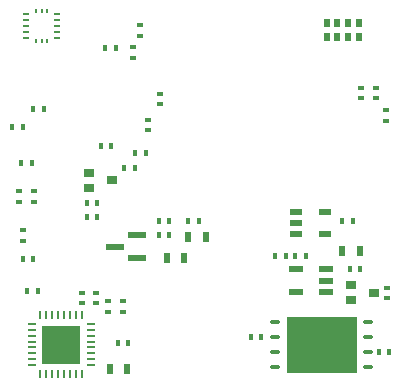
<source format=gbp>
%FSLAX24Y24*%
%MOIN*%
G70*
G01*
G75*
G04 Layer_Color=128*
%ADD10C,0.0177*%
%ADD11C,0.0100*%
%ADD12O,0.0295X0.0079*%
%ADD13R,0.0157X0.0236*%
%ADD14R,0.0217X0.0098*%
%ADD15O,0.0315X0.0079*%
%ADD16R,0.0236X0.0157*%
%ADD17R,0.0354X0.0197*%
%ADD18R,0.0157X0.0335*%
%ADD19O,0.0177X0.0532*%
%ADD20R,0.0118X0.0209*%
%ADD21R,0.0118X0.0193*%
%ADD22O,0.0098X0.0276*%
%ADD23O,0.0276X0.0098*%
%ADD24R,0.0335X0.0157*%
%ADD25R,0.0157X0.0532*%
%ADD26R,0.0748X0.0630*%
%ADD27R,0.0630X0.0551*%
%ADD28O,0.0079X0.0315*%
%ADD29R,0.2598X0.2598*%
%ADD30R,0.0138X0.0394*%
%ADD31R,0.0343X0.0343*%
%ADD32R,0.1417X0.1417*%
%ADD33O,0.0079X0.0295*%
%ADD34R,0.0335X0.0374*%
%ADD35R,0.0551X0.0453*%
%ADD36R,0.0197X0.0354*%
%ADD37R,0.0591X0.1339*%
%ADD38R,0.0394X0.1378*%
%ADD39R,0.0138X0.0157*%
%ADD40R,0.0177X0.0177*%
%ADD41C,0.0200*%
%ADD42C,0.0080*%
%ADD43C,0.1260*%
%ADD44C,0.0630*%
%ADD45C,0.0260*%
%ADD46C,0.0290*%
%ADD47C,0.0240*%
%ADD48C,0.0300*%
%ADD49C,0.0340*%
%ADD50R,0.0098X0.0138*%
%ADD51R,0.0187X0.0098*%
%ADD52R,0.0591X0.0236*%
%ADD53O,0.0098X0.0315*%
%ADD54O,0.0315X0.0098*%
%ADD55R,0.1299X0.1299*%
%ADD56R,0.0197X0.0315*%
%ADD57R,0.0394X0.0217*%
%ADD58R,0.0512X0.0217*%
%ADD59R,0.0354X0.0276*%
%ADD60R,0.2362X0.1890*%
%ADD61O,0.0315X0.0157*%
%ADD62C,0.0098*%
%ADD63C,0.0039*%
%ADD64C,0.0079*%
%ADD65C,0.0047*%
%ADD66C,0.0050*%
%ADD67C,0.0040*%
%ADD68R,0.0148X0.0177*%
%ADD69O,0.0355X0.0139*%
%ADD70R,0.0217X0.0296*%
%ADD71R,0.0277X0.0158*%
%ADD72O,0.0375X0.0139*%
%ADD73R,0.0296X0.0217*%
%ADD74R,0.0414X0.0257*%
%ADD75R,0.0217X0.0395*%
%ADD76O,0.0237X0.0592*%
%ADD77R,0.0178X0.0269*%
%ADD78R,0.0178X0.0253*%
%ADD79O,0.0158X0.0336*%
%ADD80O,0.0336X0.0158*%
%ADD81R,0.0395X0.0217*%
%ADD82R,0.0236X0.0610*%
%ADD83R,0.0827X0.0709*%
%ADD84R,0.0709X0.0630*%
%ADD85O,0.0139X0.0375*%
%ADD86R,0.2658X0.2658*%
%ADD87R,0.0198X0.0454*%
%ADD88R,0.0606X0.0606*%
%ADD89R,0.1477X0.1477*%
%ADD90O,0.0139X0.0355*%
%ADD91R,0.0395X0.0434*%
%ADD92R,0.0611X0.0513*%
%ADD93R,0.0257X0.0414*%
%ADD94R,0.0651X0.1399*%
%ADD95R,0.0454X0.1438*%
%ADD96R,0.0198X0.0217*%
%ADD97R,0.0237X0.0237*%
%ADD98C,0.1320*%
%ADD99C,0.0690*%
%ADD100R,0.0158X0.0198*%
%ADD101R,0.0247X0.0158*%
%ADD102R,0.0651X0.0296*%
%ADD103O,0.0158X0.0375*%
%ADD104O,0.0375X0.0158*%
%ADD105R,0.1359X0.1359*%
%ADD106R,0.0257X0.0375*%
%ADD107R,0.0454X0.0277*%
%ADD108R,0.0572X0.0277*%
%ADD109R,0.0414X0.0336*%
%ADD110R,0.2422X0.1950*%
%ADD111O,0.0375X0.0217*%
D13*
X-3167Y4840D02*
D03*
X-2813D02*
D03*
X-2963Y1590D02*
D03*
X-3317D02*
D03*
X-5967Y1010D02*
D03*
X-5613D02*
D03*
X-53Y-910D02*
D03*
X-407D02*
D03*
X-3787Y-790D02*
D03*
X-3433D02*
D03*
X-1033Y-1390D02*
D03*
X-1387D02*
D03*
X-1033Y-910D02*
D03*
X-1387D02*
D03*
X-5423Y-3270D02*
D03*
X-5777D02*
D03*
X-5563Y-2180D02*
D03*
X-5917D02*
D03*
X-2757Y-4980D02*
D03*
X-2403D02*
D03*
X-5923Y2200D02*
D03*
X-6277D02*
D03*
X3527Y-2080D02*
D03*
X3173D02*
D03*
X5087Y-920D02*
D03*
X4733D02*
D03*
X2847Y-2080D02*
D03*
X2493D02*
D03*
X5337Y-2530D02*
D03*
X4983D02*
D03*
X-2173Y860D02*
D03*
X-2527D02*
D03*
X-3433Y-330D02*
D03*
X-3787D02*
D03*
X-1813Y1340D02*
D03*
X-2167D02*
D03*
X-5223Y2820D02*
D03*
X-5577D02*
D03*
X5943Y-5290D02*
D03*
X6297D02*
D03*
X2037Y-4790D02*
D03*
X1683D02*
D03*
D16*
X6210Y-3497D02*
D03*
Y-3143D02*
D03*
X-2000Y5607D02*
D03*
Y5253D02*
D03*
X-2240Y4513D02*
D03*
Y4867D02*
D03*
X-1350Y2963D02*
D03*
Y3317D02*
D03*
X-1730Y2103D02*
D03*
Y2457D02*
D03*
X-5540Y67D02*
D03*
Y-287D02*
D03*
X-6040Y67D02*
D03*
Y-287D02*
D03*
X-3480Y-3313D02*
D03*
Y-3667D02*
D03*
X-3940Y-3313D02*
D03*
Y-3667D02*
D03*
X-3060Y-3603D02*
D03*
Y-3957D02*
D03*
X-2570Y-3603D02*
D03*
Y-3957D02*
D03*
X6200Y2423D02*
D03*
Y2777D02*
D03*
X5360Y3163D02*
D03*
Y3517D02*
D03*
X5860Y3163D02*
D03*
Y3517D02*
D03*
X-5920Y-1233D02*
D03*
Y-1587D02*
D03*
D36*
X-405Y-1450D02*
D03*
X185D02*
D03*
X-1115Y-2154D02*
D03*
X-525D02*
D03*
X-3015Y-5840D02*
D03*
X-2425D02*
D03*
X4725Y-1920D02*
D03*
X5315D02*
D03*
D50*
X-5093Y6072D02*
D03*
X-5290D02*
D03*
X-5487D02*
D03*
Y5068D02*
D03*
X-5290D02*
D03*
X-5093D02*
D03*
D51*
X-5807Y5964D02*
D03*
Y5767D02*
D03*
Y5570D02*
D03*
Y5373D02*
D03*
Y5176D02*
D03*
X-4773D02*
D03*
Y5373D02*
D03*
Y5570D02*
D03*
Y5767D02*
D03*
Y5964D02*
D03*
D52*
X-2096Y-1406D02*
D03*
Y-2154D02*
D03*
X-2844Y-1780D02*
D03*
D53*
X-5329Y-4056D02*
D03*
X-5132D02*
D03*
X-4935D02*
D03*
X-4738D02*
D03*
X-4542D02*
D03*
X-4345D02*
D03*
X-4148D02*
D03*
X-3951D02*
D03*
Y-6024D02*
D03*
X-4148D02*
D03*
X-4345D02*
D03*
X-4542D02*
D03*
X-4738D02*
D03*
X-4935D02*
D03*
X-5132D02*
D03*
X-5329D02*
D03*
D54*
X-3656Y-4351D02*
D03*
Y-4548D02*
D03*
Y-4745D02*
D03*
Y-4942D02*
D03*
Y-5138D02*
D03*
Y-5335D02*
D03*
Y-5532D02*
D03*
Y-5729D02*
D03*
X-5624D02*
D03*
Y-5532D02*
D03*
Y-5335D02*
D03*
Y-5138D02*
D03*
Y-4942D02*
D03*
Y-4745D02*
D03*
Y-4548D02*
D03*
Y-4351D02*
D03*
D55*
X-4640Y-5040D02*
D03*
D56*
X4218Y5204D02*
D03*
X4573D02*
D03*
X4927D02*
D03*
X5282D02*
D03*
Y5676D02*
D03*
X4927D02*
D03*
X4573D02*
D03*
X4218D02*
D03*
D57*
X4162Y-1364D02*
D03*
Y-616D02*
D03*
X3178D02*
D03*
Y-990D02*
D03*
Y-1364D02*
D03*
D58*
X3198Y-2536D02*
D03*
Y-3284D02*
D03*
X4182D02*
D03*
Y-2910D02*
D03*
Y-2536D02*
D03*
D59*
X-3704Y174D02*
D03*
Y686D02*
D03*
X-2956Y430D02*
D03*
X5036Y-3566D02*
D03*
Y-3054D02*
D03*
X5784Y-3310D02*
D03*
D60*
X4050Y-5040D02*
D03*
D61*
X5605Y-5790D02*
D03*
Y-5290D02*
D03*
Y-4790D02*
D03*
Y-4290D02*
D03*
X2495D02*
D03*
Y-4790D02*
D03*
Y-5290D02*
D03*
Y-5790D02*
D03*
M02*

</source>
